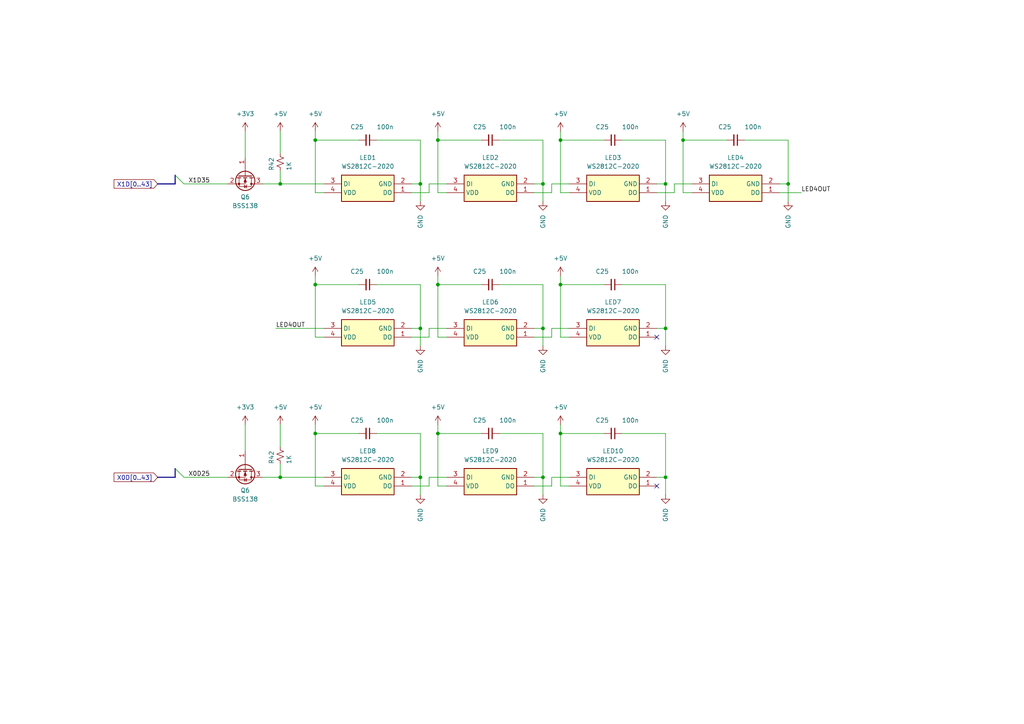
<source format=kicad_sch>
(kicad_sch (version 20230121) (generator eeschema)
  (paper "A4")
  (lib_symbols
    (symbol "Device:C_Small" (pin_numbers hide) (pin_names (offset 0.254) hide)
      (property "Reference" "C" (at 0.254 1.778 0))
      (property "Value" "C_Small" (at 0.254 -2.032 0))
      (symbol "C_Small_0_1"
        (polyline (pts (xy -1.524 -0.508) (xy 1.524 -0.508)) (stroke (width 0.3302)))
        (polyline (pts (xy -1.524 0.508) (xy 1.524 0.508)) (stroke (width 0.3048)))
      )
      (symbol "C_Small_1_1"
        (pin passive line (at 0 2.54 270) (length 2.032) (name "~") (number "1"))
        (pin passive line (at 0 -2.54 90) (length 2.032) (name "~") (number "2"))
      )
    )
    (symbol "Device:R_Small_US" (pin_numbers hide) (pin_names (offset 0.254) hide)
      (property "Reference" "R" (at 0.762 0.508 0))
      (property "Value" "R_Small_US" (at 0.762 -1.016 0))
      (symbol "R_Small_US_1_1"
        (polyline (pts (xy 0 0) (xy 1.016 -0.381) (xy 0 -0.762) (xy -1.016 -1.143) (xy 0 -1.524)))
        (polyline (pts (xy 0 1.524) (xy 1.016 1.143) (xy 0 0.762) (xy -1.016 0.381) (xy 0 0)))
        (pin passive line (at 0 2.54 270) (length 1.016) (name "~") (number "1"))
        (pin passive line (at 0 -2.54 90) (length 1.016) (name "~") (number "2"))
      )
    )
    (symbol "SamacSys_Parts:WS2812C-2020"
      (property "Reference" "LED" (at 21.59 7.62 0))
      (property "Value" "WS2812C-2020" (at 21.59 5.08 0))
      (symbol "WS2812C-2020_1_1"
        (rectangle (start 5.08 2.54) (end 20.32 -5.08) (stroke (width 0.254)) (fill (type background)))
        (pin passive line (at 25.4 -2.54 180) (length 5.08) (name "DO") (number "1"))
        (pin passive line (at 25.4 0 180) (length 5.08) (name "GND") (number "2"))
        (pin passive line (at 0 0 0) (length 5.08) (name "DI") (number "3"))
        (pin passive line (at 0 -2.54 0) (length 5.08) (name "VDD") (number "4"))
      )
    )
    (symbol "Transistor_FET:BSS138" (pin_names hide)
      (property "Reference" "Q" (at 5.08 1.905 0))
      (property "Value" "BSS138" (at 5.08 0 0))
      (symbol "BSS138_0_1"
        (polyline (pts (xy 0.254 0) (xy -2.54 0)))
        (polyline (pts (xy 0.254 1.905) (xy 0.254 -1.905)) (stroke (width 0.254)))
        (polyline (pts (xy 0.762 -1.27) (xy 0.762 -2.286)) (stroke (width 0.254)))
        (polyline (pts (xy 0.762 0.508) (xy 0.762 -0.508)) (stroke (width 0.254)))
        (polyline (pts (xy 0.762 2.286) (xy 0.762 1.27)) (stroke (width 0.254)))
        (polyline (pts (xy 2.54 2.54) (xy 2.54 1.778)))
        (polyline (pts (xy 2.54 -2.54) (xy 2.54 0) (xy 0.762 0)))
        (polyline (pts (xy 0.762 -1.778) (xy 3.302 -1.778) (xy 3.302 1.778) (xy 0.762 1.778)))
        (polyline (pts (xy 1.016 0) (xy 2.032 0.381) (xy 2.032 -0.381) (xy 1.016 0)) (fill (type outline)))
        (polyline (pts (xy 2.794 0.508) (xy 2.921 0.381) (xy 3.683 0.381) (xy 3.81 0.254)))
        (polyline (pts (xy 3.302 0.381) (xy 2.921 -0.254) (xy 3.683 -0.254) (xy 3.302 0.381)))
        (circle (center 1.651 0) (radius 2.794) (stroke (width 0.254)))
        (circle (center 2.54 -1.778) (radius 0.254) (fill (type outline)))
        (circle (center 2.54 1.778) (radius 0.254) (fill (type outline)))
      )
      (symbol "BSS138_1_1"
        (pin input line (at -5.08 0 0) (length 2.54) (name "G") (number "1"))
        (pin passive line (at 2.54 -5.08 90) (length 2.54) (name "S") (number "2"))
        (pin passive line (at 2.54 5.08 270) (length 2.54) (name "D") (number "3"))
      )
    )
    (symbol "power:+3V3" (power) (pin_names (offset 0))
      (property "Value" "+3V3" (at 0 3.556 0))
      (symbol "+3V3_0_1"
        (polyline (pts (xy -0.762 1.27) (xy 0 2.54)))
        (polyline (pts (xy 0 0) (xy 0 2.54)))
        (polyline (pts (xy 0 2.54) (xy 0.762 1.27)))
      )
      (symbol "+3V3_1_1"
        (pin power_in line (at 0 0 90) (length 0) hide (name "+3V3") (number "1"))
      )
    )
    (symbol "power:+5V" (power) (pin_names (offset 0))
      (property "Value" "+5V" (at 0 3.556 0))
      (symbol "+5V_0_1"
        (polyline (pts (xy -0.762 1.27) (xy 0 2.54)))
        (polyline (pts (xy 0 0) (xy 0 2.54)))
        (polyline (pts (xy 0 2.54) (xy 0.762 1.27)))
      )
      (symbol "+5V_1_1"
        (pin power_in line (at 0 0 90) (length 0) hide (name "+5V") (number "1"))
      )
    )
    (symbol "power:GND" (power) (pin_names (offset 0))
      (property "Value" "GND" (at 0 -3.81 0))
      (symbol "GND_0_1"
        (polyline (pts (xy 0 0) (xy 0 -1.27) (xy 1.27 -1.27) (xy 0 -2.54) (xy -1.27 -1.27) (xy 0 -1.27)))
      )
      (symbol "GND_1_1"
        (pin power_in line (at 0 0 270) (length 0) hide (name "GND") (number "1"))
      )
    )
  )
  (junction (at 91.44 40.64))
  (junction (at 193.04 53.34))
  (junction (at 193.04 95.25))
  (junction (at 121.92 53.34))
  (junction (at 157.48 95.25))
  (junction (at 121.92 138.43))
  (junction (at 162.56 82.55))
  (junction (at 127 125.73))
  (junction (at 162.56 125.73))
  (junction (at 157.48 138.43))
  (junction (at 198.12 40.64))
  (junction (at 91.44 125.73))
  (junction (at 81.28 138.43))
  (junction (at 228.6 53.34))
  (junction (at 193.04 138.43))
  (junction (at 121.92 95.25))
  (junction (at 127 40.64))
  (junction (at 157.48 53.34))
  (junction (at 91.44 82.55))
  (junction (at 127 82.55))
  (junction (at 162.56 40.64))
  (junction (at 81.28 53.34))
  (no_connect (at 190.5 97.79))
  (no_connect (at 190.5 140.97))
  (bus_entry (at 50.8 50.8) (size 2.54 2.54))
  (bus_entry (at 50.8 135.89) (size 2.54 2.54))
  (wire (pts (xy 91.44 80.01) (xy 91.44 82.55)))
  (wire (pts (xy 91.44 140.97) (xy 91.44 125.73)))
  (wire (pts (xy 193.04 138.43) (xy 190.5 138.43)))
  (wire (pts (xy 124.46 55.88) (xy 124.46 53.34)))
  (wire (pts (xy 119.38 97.79) (xy 124.46 97.79)))
  (wire (pts (xy 76.2 138.43) (xy 81.28 138.43)))
  (wire (pts (xy 157.48 53.34) (xy 154.94 53.34)))
  (wire (pts (xy 160.02 95.25) (xy 165.1 95.25)))
  (wire (pts (xy 127 125.73) (xy 139.7 125.73)))
  (wire (pts (xy 127 40.64) (xy 139.7 40.64)))
  (wire (pts (xy 198.12 55.88) (xy 198.12 40.64)))
  (wire (pts (xy 162.56 82.55) (xy 175.26 82.55)))
  (wire (pts (xy 71.12 38.1) (xy 71.12 45.72)))
  (wire (pts (xy 157.48 40.64) (xy 157.48 53.34)))
  (wire (pts (xy 193.04 82.55) (xy 193.04 95.25)))
  (wire (pts (xy 162.56 123.19) (xy 162.56 125.73)))
  (wire (pts (xy 81.28 123.19) (xy 81.28 129.54)))
  (wire (pts (xy 81.28 53.34) (xy 93.98 53.34)))
  (wire (pts (xy 193.04 53.34) (xy 190.5 53.34)))
  (wire (pts (xy 127 140.97) (xy 127 125.73)))
  (wire (pts (xy 157.48 82.55) (xy 157.48 95.25)))
  (wire (pts (xy 180.34 40.64) (xy 193.04 40.64)))
  (wire (pts (xy 228.6 53.34) (xy 228.6 58.42)))
  (wire (pts (xy 160.02 53.34) (xy 165.1 53.34)))
  (wire (pts (xy 91.44 55.88) (xy 91.44 40.64)))
  (wire (pts (xy 129.54 55.88) (xy 127 55.88)))
  (wire (pts (xy 162.56 97.79) (xy 162.56 82.55)))
  (wire (pts (xy 93.98 55.88) (xy 91.44 55.88)))
  (wire (pts (xy 71.12 123.19) (xy 71.12 130.81)))
  (wire (pts (xy 228.6 53.34) (xy 226.06 53.34)))
  (wire (pts (xy 121.92 53.34) (xy 121.92 58.42)))
  (wire (pts (xy 157.48 138.43) (xy 154.94 138.43)))
  (wire (pts (xy 76.2 53.34) (xy 81.28 53.34)))
  (wire (pts (xy 193.04 95.25) (xy 190.5 95.25)))
  (wire (pts (xy 124.46 95.25) (xy 129.54 95.25)))
  (wire (pts (xy 91.44 123.19) (xy 91.44 125.73)))
  (wire (pts (xy 124.46 53.34) (xy 129.54 53.34)))
  (bus (pts (xy 45.72 53.34) (xy 50.8 53.34)))
  (wire (pts (xy 180.34 125.73) (xy 193.04 125.73)))
  (wire (pts (xy 93.98 97.79) (xy 91.44 97.79)))
  (wire (pts (xy 109.22 82.55) (xy 121.92 82.55)))
  (wire (pts (xy 228.6 40.64) (xy 228.6 53.34)))
  (wire (pts (xy 154.94 97.79) (xy 160.02 97.79)))
  (wire (pts (xy 198.12 38.1) (xy 198.12 40.64)))
  (wire (pts (xy 91.44 40.64) (xy 104.14 40.64)))
  (wire (pts (xy 81.28 49.53) (xy 81.28 53.34)))
  (wire (pts (xy 124.46 138.43) (xy 129.54 138.43)))
  (wire (pts (xy 121.92 138.43) (xy 121.92 143.51)))
  (wire (pts (xy 81.28 38.1) (xy 81.28 44.45)))
  (wire (pts (xy 93.98 140.97) (xy 91.44 140.97)))
  (wire (pts (xy 180.34 82.55) (xy 193.04 82.55)))
  (wire (pts (xy 121.92 125.73) (xy 121.92 138.43)))
  (wire (pts (xy 80.01 95.25) (xy 93.98 95.25)))
  (wire (pts (xy 129.54 140.97) (xy 127 140.97)))
  (wire (pts (xy 193.04 138.43) (xy 193.04 143.51)))
  (wire (pts (xy 127 123.19) (xy 127 125.73)))
  (wire (pts (xy 144.78 40.64) (xy 157.48 40.64)))
  (wire (pts (xy 124.46 97.79) (xy 124.46 95.25)))
  (bus (pts (xy 45.72 138.43) (xy 50.8 138.43)))
  (wire (pts (xy 190.5 55.88) (xy 195.58 55.88)))
  (wire (pts (xy 121.92 138.43) (xy 119.38 138.43)))
  (wire (pts (xy 157.48 95.25) (xy 154.94 95.25)))
  (wire (pts (xy 157.48 53.34) (xy 157.48 58.42)))
  (wire (pts (xy 157.48 125.73) (xy 157.48 138.43)))
  (wire (pts (xy 162.56 55.88) (xy 162.56 40.64)))
  (wire (pts (xy 121.92 53.34) (xy 119.38 53.34)))
  (wire (pts (xy 162.56 80.01) (xy 162.56 82.55)))
  (wire (pts (xy 121.92 95.25) (xy 121.92 100.33)))
  (wire (pts (xy 109.22 40.64) (xy 121.92 40.64)))
  (wire (pts (xy 198.12 40.64) (xy 210.82 40.64)))
  (wire (pts (xy 157.48 138.43) (xy 157.48 143.51)))
  (wire (pts (xy 127 38.1) (xy 127 40.64)))
  (wire (pts (xy 193.04 53.34) (xy 193.04 58.42)))
  (wire (pts (xy 81.28 134.62) (xy 81.28 138.43)))
  (wire (pts (xy 127 82.55) (xy 139.7 82.55)))
  (wire (pts (xy 124.46 140.97) (xy 124.46 138.43)))
  (wire (pts (xy 162.56 140.97) (xy 162.56 125.73)))
  (wire (pts (xy 144.78 82.55) (xy 157.48 82.55)))
  (bus (pts (xy 50.8 50.8) (xy 50.8 53.34)))
  (wire (pts (xy 157.48 95.25) (xy 157.48 100.33)))
  (wire (pts (xy 165.1 97.79) (xy 162.56 97.79)))
  (wire (pts (xy 91.44 82.55) (xy 104.14 82.55)))
  (wire (pts (xy 195.58 53.34) (xy 200.66 53.34)))
  (wire (pts (xy 193.04 125.73) (xy 193.04 138.43)))
  (wire (pts (xy 144.78 125.73) (xy 157.48 125.73)))
  (wire (pts (xy 162.56 38.1) (xy 162.56 40.64)))
  (wire (pts (xy 226.06 55.88) (xy 232.41 55.88)))
  (wire (pts (xy 200.66 55.88) (xy 198.12 55.88)))
  (bus (pts (xy 50.8 135.89) (xy 50.8 138.43)))
  (wire (pts (xy 162.56 40.64) (xy 175.26 40.64)))
  (wire (pts (xy 193.04 95.25) (xy 193.04 100.33)))
  (wire (pts (xy 119.38 140.97) (xy 124.46 140.97)))
  (wire (pts (xy 127 55.88) (xy 127 40.64)))
  (wire (pts (xy 91.44 38.1) (xy 91.44 40.64)))
  (wire (pts (xy 165.1 55.88) (xy 162.56 55.88)))
  (wire (pts (xy 119.38 55.88) (xy 124.46 55.88)))
  (wire (pts (xy 215.9 40.64) (xy 228.6 40.64)))
  (wire (pts (xy 154.94 55.88) (xy 160.02 55.88)))
  (wire (pts (xy 121.92 95.25) (xy 119.38 95.25)))
  (wire (pts (xy 53.34 138.43) (xy 66.04 138.43)))
  (wire (pts (xy 193.04 40.64) (xy 193.04 53.34)))
  (wire (pts (xy 160.02 140.97) (xy 160.02 138.43)))
  (wire (pts (xy 127 80.01) (xy 127 82.55)))
  (wire (pts (xy 162.56 125.73) (xy 175.26 125.73)))
  (wire (pts (xy 154.94 140.97) (xy 160.02 140.97)))
  (wire (pts (xy 165.1 140.97) (xy 162.56 140.97)))
  (wire (pts (xy 160.02 138.43) (xy 165.1 138.43)))
  (wire (pts (xy 53.34 53.34) (xy 66.04 53.34)))
  (wire (pts (xy 109.22 125.73) (xy 121.92 125.73)))
  (wire (pts (xy 81.28 138.43) (xy 93.98 138.43)))
  (wire (pts (xy 121.92 82.55) (xy 121.92 95.25)))
  (wire (pts (xy 195.58 55.88) (xy 195.58 53.34)))
  (wire (pts (xy 129.54 97.79) (xy 127 97.79)))
  (wire (pts (xy 121.92 40.64) (xy 121.92 53.34)))
  (wire (pts (xy 91.44 97.79) (xy 91.44 82.55)))
  (wire (pts (xy 91.44 125.73) (xy 104.14 125.73)))
  (wire (pts (xy 160.02 55.88) (xy 160.02 53.34)))
  (wire (pts (xy 160.02 97.79) (xy 160.02 95.25)))
  (wire (pts (xy 127 97.79) (xy 127 82.55)))
  (label "LED4OUT" (at 80.01 95.25 0))
  (label "X1D35" (at 54.61 53.34 0))
  (label "X0D25" (at 54.61 138.43 0))
  (label "LED4OUT" (at 232.41 55.88 0))
  (global_label "X1D[0..43]" (shape input) (at 45.72 53.34 180) (property "Intersheetrefs" "${INTERSHEET_REFS}" (effects hide)))
  (global_label "X0D[0..43]" (shape input) (at 45.72 138.43 180) (property "Intersheetrefs" "${INTERSHEET_REFS}" (effects hide)))
  (symbol (lib_id "power:+5V") (at 198.12 38.1 0) (unit 1)
    (property "Reference" "#PWR0117" (effects hide))
    (property "Value" "+5V" (at 198.12 33.02 0))
    (instances (project "xSSDAC" (path "" (reference "#PWR0117") (unit 1)) (path "" (reference "#PWR0194") (unit 1))))
  )
  (symbol (lib_id "Device:C_Small") (at 106.68 82.55 270) (unit 1)
    (property "Reference" "C25" (at 101.6 78.74 90) (effects (justify left)))
    (property "Value" "100n" (at 109.22 78.74 90) (effects (justify left)))
    (property "Footprint" "Capacitor_SMD:C_0603_1608Metric_Pad1.08x0.95mm_HandSolder" (effects hide))
    (instances (project "xSSDAC" (path "" (reference "C25") (unit 1)) (path "" (reference "C69") (unit 1))))
  )
  (symbol (lib_id "power:+5V") (at 91.44 80.01 0) (unit 1)
    (property "Reference" "#PWR0117" (effects hide))
    (property "Value" "+5V" (at 91.44 74.93 0))
    (instances (project "xSSDAC" (path "" (reference "#PWR0117") (unit 1)) (path "" (reference "#PWR0196") (unit 1))))
  )
  (symbol (lib_id "Transistor_FET:BSS138") (at 71.12 50.8 270) (unit 1)
    (property "Reference" "Q6" (at 71.12 57.15 90))
    (property "Value" "BSS138" (at 71.12 59.69 90))
    (property "Footprint" "Package_TO_SOT_SMD:SOT-23" (effects hide))
    (property "Datasheet" "https://www.onsemi.com/pub/Collateral/BSS138-D.PDF" (effects hide))
    (property "Manufacturer_Name" "BSS138" (effects hide))
    (property "Manufacturer_Part_Number" "BSS138" (effects hide))
    (instances (project "xSSDAC" (path "" (reference "Q6") (unit 1)) (path "" (reference "Q4") (unit 1)) (path "" (reference "Q5") (unit 1))))
  )
  (symbol (lib_id "power:GND") (at 193.04 143.51 0) (unit 1)
    (property "Reference" "#PWR0126" (effects hide))
    (property "Value" "GND" (at 193.04 147.32 90) (effects (justify right)))
    (instances (project "xSSDAC" (path "" (reference "#PWR0126") (unit 1)) (path "" (reference "#PWR0140") (unit 1))))
  )
  (symbol (lib_id "SamacSys_Parts:WS2812C-2020") (at 129.54 53.34 0) (unit 1)
    (property "Reference" "LED2" (at 142.24 45.72 0))
    (property "Value" "WS2812C-2020" (at 142.24 48.26 0))
    (property "Footprint" "pretty:WS2812C2020" (effects hide))
    (property "Datasheet" "https://akizukidenshi.com/download/ds/worldsemi/ws2812c-2020.pdf" (effects hide))
    (property "Height" "0.84" (effects hide))
    (property "Manufacturer_Name" "Worldsemi" (effects hide))
    (property "Manufacturer_Part_Number" "WS2812C-2020" (effects hide))
    (property "Akizuki Price/Stock" "https://akizukidenshi.com/catalog/g/gI-15068/" (effects hide))
  )
  (symbol (lib_id "power:+5V") (at 127 80.01 0) (unit 1)
    (property "Reference" "#PWR0117" (effects hide))
    (property "Value" "+5V" (at 127 74.93 0))
    (instances (project "xSSDAC" (path "" (reference "#PWR0117") (unit 1)) (path "" (reference "#PWR0198") (unit 1))))
  )
  (symbol (lib_id "Device:C_Small") (at 106.68 125.73 270) (unit 1)
    (property "Reference" "C25" (at 101.6 121.92 90) (effects (justify left)))
    (property "Value" "100n" (at 109.22 121.92 90) (effects (justify left)))
    (property "Footprint" "Capacitor_SMD:C_0603_1608Metric_Pad1.08x0.95mm_HandSolder" (effects hide))
    (instances (project "xSSDAC" (path "" (reference "C25") (unit 1)) (path "" (reference "C65") (unit 1))))
  )
  (symbol (lib_id "Device:C_Small") (at 177.8 125.73 270) (unit 1)
    (property "Reference" "C25" (at 172.72 121.92 90) (effects (justify left)))
    (property "Value" "100n" (at 180.34 121.92 90) (effects (justify left)))
    (property "Footprint" "Capacitor_SMD:C_0603_1608Metric_Pad1.08x0.95mm_HandSolder" (effects hide))
    (instances (project "xSSDAC" (path "" (reference "C25") (unit 1)) (path "" (reference "C67") (unit 1))))
  )
  (symbol (lib_id "power:GND") (at 193.04 58.42 0) (unit 1)
    (property "Reference" "#PWR0126" (effects hide))
    (property "Value" "GND" (at 193.04 62.23 90) (effects (justify right)))
    (instances (project "xSSDAC" (path "" (reference "#PWR0126") (unit 1)) (path "" (reference "#PWR083") (unit 1))))
  )
  (symbol (lib_id "power:+3V3") (at 71.12 123.19 0) (unit 1)
    (property "Reference" "#PWR0191" (effects hide))
    (property "Value" "+3V3" (at 71.12 118.11 0))
    (instances (project "xSSDAC" (path "" (reference "#PWR0191") (unit 1)) (path "" (reference "#PWR0139") (unit 1)) (path "" (reference "#PWR0190") (unit 1))))
  )
  (symbol (lib_id "power:GND") (at 121.92 100.33 0) (unit 1)
    (property "Reference" "#PWR0126" (effects hide))
    (property "Value" "GND" (at 121.92 104.14 90) (effects (justify right)))
    (instances (project "xSSDAC" (path "" (reference "#PWR0126") (unit 1)) (path "" (reference "#PWR0197") (unit 1))))
  )
  (symbol (lib_id "power:GND") (at 157.48 143.51 0) (unit 1)
    (property "Reference" "#PWR0126" (effects hide))
    (property "Value" "GND" (at 157.48 147.32 90) (effects (justify right)))
    (instances (project "xSSDAC" (path "" (reference "#PWR0126") (unit 1)) (path "" (reference "#PWR0136") (unit 1))))
  )
  (symbol (lib_id "power:+3V3") (at 71.12 38.1 0) (unit 1)
    (property "Reference" "#PWR0191" (effects hide))
    (property "Value" "+3V3" (at 71.12 33.02 0))
    (instances (project "xSSDAC" (path "" (reference "#PWR0191") (unit 1)) (path "" (reference "#PWR0139") (unit 1)) (path "" (reference "#PWR0192") (unit 1))))
  )
  (symbol (lib_id "power:+5V") (at 162.56 80.01 0) (unit 1)
    (property "Reference" "#PWR0117" (effects hide))
    (property "Value" "+5V" (at 162.56 74.93 0))
    (instances (project "xSSDAC" (path "" (reference "#PWR0117") (unit 1)) (path "" (reference "#PWR084") (unit 1))))
  )
  (symbol (lib_id "Device:C_Small") (at 142.24 40.64 270) (unit 1)
    (property "Reference" "C25" (at 137.16 36.83 90) (effects (justify left)))
    (property "Value" "100n" (at 144.78 36.83 90) (effects (justify left)))
    (property "Footprint" "Capacitor_SMD:C_0603_1608Metric_Pad1.08x0.95mm_HandSolder" (effects hide))
    (instances (project "xSSDAC" (path "" (reference "C25") (unit 1)) (path "" (reference "C21") (unit 1))))
  )
  (symbol (lib_id "power:+5V") (at 127 123.19 0) (unit 1)
    (property "Reference" "#PWR0117" (effects hide))
    (property "Value" "+5V" (at 127 118.11 0))
    (instances (project "xSSDAC" (path "" (reference "#PWR0117") (unit 1)) (path "" (reference "#PWR0135") (unit 1))))
  )
  (symbol (lib_id "SamacSys_Parts:WS2812C-2020") (at 165.1 53.34 0) (unit 1)
    (property "Reference" "LED3" (at 177.8 45.72 0))
    (property "Value" "WS2812C-2020" (at 177.8 48.26 0))
    (property "Footprint" "pretty:WS2812C2020" (effects hide))
    (property "Datasheet" "https://akizukidenshi.com/download/ds/worldsemi/ws2812c-2020.pdf" (effects hide))
    (property "Height" "0.84" (effects hide))
    (property "Manufacturer_Name" "Worldsemi" (effects hide))
    (property "Manufacturer_Part_Number" "WS2812C-2020" (effects hide))
    (property "Akizuki Price/Stock" "https://akizukidenshi.com/catalog/g/gI-15068/" (effects hide))
  )
  (symbol (lib_id "SamacSys_Parts:WS2812C-2020") (at 93.98 138.43 0) (unit 1)
    (property "Reference" "LED8" (at 106.68 130.81 0))
    (property "Value" "WS2812C-2020" (at 106.68 133.35 0))
    (property "Footprint" "pretty:WS2812C2020" (effects hide))
    (property "Datasheet" "https://akizukidenshi.com/download/ds/worldsemi/ws2812c-2020.pdf" (effects hide))
    (property "Height" "0.84" (effects hide))
    (property "Manufacturer_Name" "Worldsemi" (effects hide))
    (property "Manufacturer_Part_Number" "WS2812C-2020" (effects hide))
    (property "Akizuki Price/Stock" "https://akizukidenshi.com/catalog/g/gI-15068/" (effects hide))
  )
  (symbol (lib_id "power:+5V") (at 162.56 123.19 0) (unit 1)
    (property "Reference" "#PWR0117" (effects hide))
    (property "Value" "+5V" (at 162.56 118.11 0))
    (instances (project "xSSDAC" (path "" (reference "#PWR0117") (unit 1)) (path "" (reference "#PWR0139") (unit 1))))
  )
  (symbol (lib_id "power:GND") (at 121.92 143.51 0) (unit 1)
    (property "Reference" "#PWR0126" (effects hide))
    (property "Value" "GND" (at 121.92 147.32 90) (effects (justify right)))
    (instances (project "xSSDAC" (path "" (reference "#PWR0126") (unit 1)) (path "" (reference "#PWR0129") (unit 1))))
  )
  (symbol (lib_id "SamacSys_Parts:WS2812C-2020") (at 200.66 53.34 0) (unit 1)
    (property "Reference" "LED4" (at 213.36 45.72 0))
    (property "Value" "WS2812C-2020" (at 213.36 48.26 0))
    (property "Footprint" "pretty:WS2812C2020" (effects hide))
    (property "Datasheet" "https://akizukidenshi.com/download/ds/worldsemi/ws2812c-2020.pdf" (effects hide))
    (property "Height" "0.84" (effects hide))
    (property "Manufacturer_Name" "Worldsemi" (effects hide))
    (property "Manufacturer_Part_Number" "WS2812C-2020" (effects hide))
    (property "Akizuki Price/Stock" "https://akizukidenshi.com/catalog/g/gI-15068/" (effects hide))
  )
  (symbol (lib_id "Device:C_Small") (at 142.24 125.73 270) (unit 1)
    (property "Reference" "C25" (at 137.16 121.92 90) (effects (justify left)))
    (property "Value" "100n" (at 144.78 121.92 90) (effects (justify left)))
    (property "Footprint" "Capacitor_SMD:C_0603_1608Metric_Pad1.08x0.95mm_HandSolder" (effects hide))
    (instances (project "xSSDAC" (path "" (reference "C25") (unit 1)) (path "" (reference "C66") (unit 1))))
  )
  (symbol (lib_id "Device:R_Small_US") (at 81.28 132.08 0) (unit 1)
    (property "Reference" "R42" (at 78.74 134.62 90) (effects (justify left)))
    (property "Value" "1K" (at 83.82 134.62 90) (effects (justify left)))
    (property "Footprint" "Resistor_SMD:R_0603_1608Metric_Pad0.98x0.95mm_HandSolder" (effects hide))
    (instances (project "xSSDAC" (path "" (reference "R42") (unit 1)) (path "" (reference "R39") (unit 1)) (path "" (reference "R39") (unit 1))))
  )
  (symbol (lib_id "Device:C_Small") (at 142.24 82.55 270) (unit 1)
    (property "Reference" "C25" (at 137.16 78.74 90) (effects (justify left)))
    (property "Value" "100n" (at 144.78 78.74 90) (effects (justify left)))
    (property "Footprint" "Capacitor_SMD:C_0603_1608Metric_Pad1.08x0.95mm_HandSolder" (effects hide))
    (instances (project "xSSDAC" (path "" (reference "C25") (unit 1)) (path "" (reference "C70") (unit 1))))
  )
  (symbol (lib_id "SamacSys_Parts:WS2812C-2020") (at 165.1 138.43 0) (unit 1)
    (property "Reference" "LED10" (at 177.8 130.81 0))
    (property "Value" "WS2812C-2020" (at 177.8 133.35 0))
    (property "Footprint" "pretty:WS2812C2020" (effects hide))
    (property "Datasheet" "https://akizukidenshi.com/download/ds/worldsemi/ws2812c-2020.pdf" (effects hide))
    (property "Height" "0.84" (effects hide))
    (property "Manufacturer_Name" "Worldsemi" (effects hide))
    (property "Manufacturer_Part_Number" "WS2812C-2020" (effects hide))
    (property "Akizuki Price/Stock" "https://akizukidenshi.com/catalog/g/gI-15068/" (effects hide))
  )
  (symbol (lib_id "Device:C_Small") (at 213.36 40.64 270) (unit 1)
    (property "Reference" "C25" (at 208.28 36.83 90) (effects (justify left)))
    (property "Value" "100n" (at 215.9 36.83 90) (effects (justify left)))
    (property "Footprint" "Capacitor_SMD:C_0603_1608Metric_Pad1.08x0.95mm_HandSolder" (effects hide))
    (instances (project "xSSDAC" (path "" (reference "C25") (unit 1)) (path "" (reference "C68") (unit 1))))
  )
  (symbol (lib_id "power:+5V") (at 81.28 38.1 0) (unit 1)
    (property "Reference" "#PWR0117" (effects hide))
    (property "Value" "+5V" (at 81.28 33.02 0))
    (instances (project "xSSDAC" (path "" (reference "#PWR0117") (unit 1)) (path "" (reference "#PWR0193") (unit 1))))
  )
  (symbol (lib_id "SamacSys_Parts:WS2812C-2020") (at 165.1 95.25 0) (unit 1)
    (property "Reference" "LED7" (at 177.8 87.63 0))
    (property "Value" "WS2812C-2020" (at 177.8 90.17 0))
    (property "Footprint" "pretty:WS2812C2020" (effects hide))
    (property "Datasheet" "https://akizukidenshi.com/download/ds/worldsemi/ws2812c-2020.pdf" (effects hide))
    (property "Height" "0.84" (effects hide))
    (property "Manufacturer_Name" "Worldsemi" (effects hide))
    (property "Manufacturer_Part_Number" "WS2812C-2020" (effects hide))
    (property "Akizuki Price/Stock" "https://akizukidenshi.com/catalog/g/gI-15068/" (effects hide))
  )
  (symbol (lib_id "power:+5V") (at 127 38.1 0) (unit 1)
    (property "Reference" "#PWR0117" (effects hide))
    (property "Value" "+5V" (at 127 33.02 0))
    (instances (project "xSSDAC" (path "" (reference "#PWR0117") (unit 1)) (path "" (reference "#PWR064") (unit 1))))
  )
  (symbol (lib_id "Device:C_Small") (at 106.68 40.64 270) (unit 1)
    (property "Reference" "C25" (at 101.6 36.83 90) (effects (justify left)))
    (property "Value" "100n" (at 109.22 36.83 90) (effects (justify left)))
    (property "Footprint" "Capacitor_SMD:C_0603_1608Metric_Pad1.08x0.95mm_HandSolder" (effects hide))
    (instances (project "xSSDAC" (path "" (reference "C25") (unit 1)) (path "" (reference "C18") (unit 1))))
  )
  (symbol (lib_id "Device:C_Small") (at 177.8 40.64 270) (unit 1)
    (property "Reference" "C25" (at 172.72 36.83 90) (effects (justify left)))
    (property "Value" "100n" (at 180.34 36.83 90) (effects (justify left)))
    (property "Footprint" "Capacitor_SMD:C_0603_1608Metric_Pad1.08x0.95mm_HandSolder" (effects hide))
    (instances (project "xSSDAC" (path "" (reference "C25") (unit 1)) (path "" (reference "C22") (unit 1))))
  )
  (symbol (lib_id "power:+5V") (at 162.56 38.1 0) (unit 1)
    (property "Reference" "#PWR0117" (effects hide))
    (property "Value" "+5V" (at 162.56 33.02 0))
    (instances (project "xSSDAC" (path "" (reference "#PWR0117") (unit 1)) (path "" (reference "#PWR081") (unit 1))))
  )
  (symbol (lib_id "power:+5V") (at 81.28 123.19 0) (unit 1)
    (property "Reference" "#PWR0117" (effects hide))
    (property "Value" "+5V" (at 81.28 118.11 0))
    (instances (project "xSSDAC" (path "" (reference "#PWR0117") (unit 1)) (path "" (reference "#PWR0189") (unit 1))))
  )
  (symbol (lib_id "power:GND") (at 121.92 58.42 0) (unit 1)
    (property "Reference" "#PWR0126" (effects hide))
    (property "Value" "GND" (at 121.92 62.23 90) (effects (justify right)))
    (instances (project "xSSDAC" (path "" (reference "#PWR0126") (unit 1)) (path "" (reference "#PWR058") (unit 1))))
  )
  (symbol (lib_id "power:GND") (at 157.48 100.33 0) (unit 1)
    (property "Reference" "#PWR0126" (effects hide))
    (property "Value" "GND" (at 157.48 104.14 90) (effects (justify right)))
    (instances (project "xSSDAC" (path "" (reference "#PWR0126") (unit 1)) (path "" (reference "#PWR0199") (unit 1))))
  )
  (symbol (lib_id "Transistor_FET:BSS138") (at 71.12 135.89 270) (unit 1)
    (property "Reference" "Q6" (at 71.12 142.24 90))
    (property "Value" "BSS138" (at 71.12 144.78 90))
    (property "Footprint" "Package_TO_SOT_SMD:SOT-23" (effects hide))
    (property "Datasheet" "https://www.onsemi.com/pub/Collateral/BSS138-D.PDF" (effects hide))
    (property "Manufacturer_Name" "BSS138" (effects hide))
    (property "Manufacturer_Part_Number" "BSS138" (effects hide))
    (instances (project "xSSDAC" (path "" (reference "Q6") (unit 1)) (path "" (reference "Q4") (unit 1)) (path "" (reference "Q4") (unit 1))))
  )
  (symbol (lib_id "Device:R_Small_US") (at 81.28 46.99 0) (unit 1)
    (property "Reference" "R42" (at 78.74 49.53 90) (effects (justify left)))
    (property "Value" "1K" (at 83.82 49.53 90) (effects (justify left)))
    (property "Footprint" "Resistor_SMD:R_0603_1608Metric_Pad0.98x0.95mm_HandSolder" (effects hide))
    (instances (project "xSSDAC" (path "" (reference "R42") (unit 1)) (path "" (reference "R39") (unit 1)) (path "" (reference "R40") (unit 1))))
  )
  (symbol (lib_id "power:GND") (at 193.04 100.33 0) (unit 1)
    (property "Reference" "#PWR0126" (effects hide))
    (property "Value" "GND" (at 193.04 104.14 90) (effects (justify right)))
    (instances (project "xSSDAC" (path "" (reference "#PWR0126") (unit 1)) (path "" (reference "#PWR090") (unit 1))))
  )
  (symbol (lib_id "power:GND") (at 157.48 58.42 0) (unit 1)
    (property "Reference" "#PWR0126" (effects hide))
    (property "Value" "GND" (at 157.48 62.23 90) (effects (justify right)))
    (instances (project "xSSDAC" (path "" (reference "#PWR0126") (unit 1)) (path "" (reference "#PWR070") (unit 1))))
  )
  (symbol (lib_id "SamacSys_Parts:WS2812C-2020") (at 129.54 95.25 0) (unit 1)
    (property "Reference" "LED6" (at 142.24 87.63 0))
    (property "Value" "WS2812C-2020" (at 142.24 90.17 0))
    (property "Footprint" "pretty:WS2812C2020" (effects hide))
    (property "Datasheet" "https://akizukidenshi.com/download/ds/worldsemi/ws2812c-2020.pdf" (effects hide))
    (property "Height" "0.84" (effects hide))
    (property "Manufacturer_Name" "Worldsemi" (effects hide))
    (property "Manufacturer_Part_Number" "WS2812C-2020" (effects hide))
    (property "Akizuki Price/Stock" "https://akizukidenshi.com/catalog/g/gI-15068/" (effects hide))
  )
  (symbol (lib_id "power:+5V") (at 91.44 38.1 0) (unit 1)
    (property "Reference" "#PWR0117" (effects hide))
    (property "Value" "+5V" (at 91.44 33.02 0))
    (instances (project "xSSDAC" (path "" (reference "#PWR0117") (unit 1)) (path "" (reference "#PWR040") (unit 1))))
  )
  (symbol (lib_id "SamacSys_Parts:WS2812C-2020") (at 93.98 95.25 0) (unit 1)
    (property "Reference" "LED5" (at 106.68 87.63 0))
    (property "Value" "WS2812C-2020" (at 106.68 90.17 0))
    (property "Footprint" "pretty:WS2812C2020" (effects hide))
    (property "Datasheet" "https://akizukidenshi.com/download/ds/worldsemi/ws2812c-2020.pdf" (effects hide))
    (property "Height" "0.84" (effects hide))
    (property "Manufacturer_Name" "Worldsemi" (effects hide))
    (property "Manufacturer_Part_Number" "WS2812C-2020" (effects hide))
    (property "Akizuki Price/Stock" "https://akizukidenshi.com/catalog/g/gI-15068/" (effects hide))
  )
  (symbol (lib_id "SamacSys_Parts:WS2812C-2020") (at 93.98 53.34 0) (unit 1)
    (property "Reference" "LED1" (at 106.68 45.72 0))
    (property "Value" "WS2812C-2020" (at 106.68 48.26 0))
    (property "Footprint" "pretty:WS2812C2020" (effects hide))
    (property "Datasheet" "https://akizukidenshi.com/download/ds/worldsemi/ws2812c-2020.pdf" (effects hide))
    (property "Height" "0.84" (effects hide))
    (property "Manufacturer_Name" "Worldsemi" (effects hide))
    (property "Manufacturer_Part_Number" "WS2812C-2020" (effects hide))
    (property "Akizuki Price/Stock" "https://akizukidenshi.com/catalog/g/gI-15068/" (effects hide))
  )
  (symbol (lib_id "SamacSys_Parts:WS2812C-2020") (at 129.54 138.43 0) (unit 1)
    (property "Reference" "LED9" (at 142.24 130.81 0))
    (property "Value" "WS2812C-2020" (at 142.24 133.35 0))
    (property "Footprint" "pretty:WS2812C2020" (effects hide))
    (property "Datasheet" "https://akizukidenshi.com/download/ds/worldsemi/ws2812c-2020.pdf" (effects hide))
    (property "Height" "0.84" (effects hide))
    (property "Manufacturer_Name" "Worldsemi" (effects hide))
    (property "Manufacturer_Part_Number" "WS2812C-2020" (effects hide))
    (property "Akizuki Price/Stock" "https://akizukidenshi.com/catalog/g/gI-15068/" (effects hide))
  )
  (symbol (lib_id "power:GND") (at 228.6 58.42 0) (unit 1)
    (property "Reference" "#PWR0126" (effects hide))
    (property "Value" "GND" (at 228.6 62.23 90) (effects (justify right)))
    (instances (project "xSSDAC" (path "" (reference "#PWR0126") (unit 1)) (path "" (reference "#PWR0195") (unit 1))))
  )
  (symbol (lib_id "Device:C_Small") (at 177.8 82.55 270) (unit 1)
    (property "Reference" "C25" (at 172.72 78.74 90) (effects (justify left)))
    (property "Value" "100n" (at 180.34 78.74 90) (effects (justify left)))
    (property "Footprint" "Capacitor_SMD:C_0603_1608Metric_Pad1.08x0.95mm_HandSolder" (effects hide))
    (instances (project "xSSDAC" (path "" (reference "C25") (unit 1)) (path "" (reference "C35") (unit 1))))
  )
  (symbol (lib_id "power:+5V") (at 91.44 123.19 0) (unit 1)
    (property "Reference" "#PWR0117" (effects hide))
    (property "Value" "+5V" (at 91.44 118.11 0))
    (instances (project "xSSDAC" (path "" (reference "#PWR0117") (unit 1)) (path "" (reference "#PWR0128") (unit 1))))
  )
)
</source>
